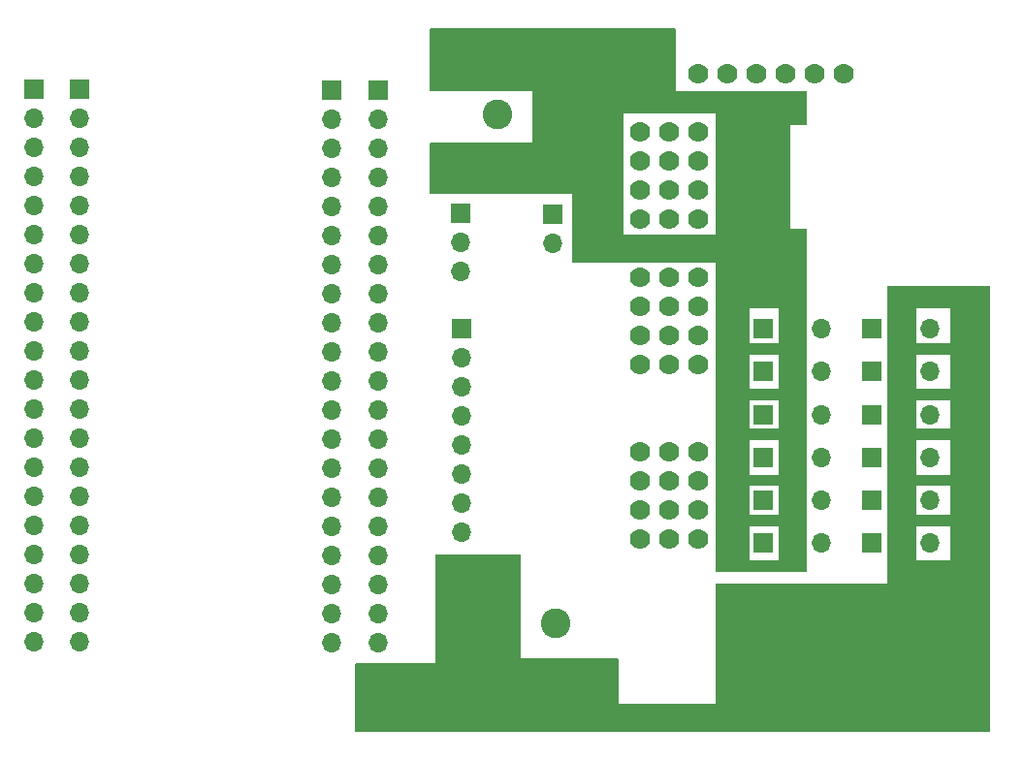
<source format=gbr>
%TF.GenerationSoftware,KiCad,Pcbnew,9.0.0*%
%TF.CreationDate,2025-03-26T16:29:39-04:00*%
%TF.ProjectId,spotmicro22mm,73706f74-6d69-4637-926f-32326d6d2e6b,rev?*%
%TF.SameCoordinates,Original*%
%TF.FileFunction,Copper,L3,Inr*%
%TF.FilePolarity,Positive*%
%FSLAX46Y46*%
G04 Gerber Fmt 4.6, Leading zero omitted, Abs format (unit mm)*
G04 Created by KiCad (PCBNEW 9.0.0) date 2025-03-26 16:29:39*
%MOMM*%
%LPD*%
G01*
G04 APERTURE LIST*
G04 Aperture macros list*
%AMRoundRect*
0 Rectangle with rounded corners*
0 $1 Rounding radius*
0 $2 $3 $4 $5 $6 $7 $8 $9 X,Y pos of 4 corners*
0 Add a 4 corners polygon primitive as box body*
4,1,4,$2,$3,$4,$5,$6,$7,$8,$9,$2,$3,0*
0 Add four circle primitives for the rounded corners*
1,1,$1+$1,$2,$3*
1,1,$1+$1,$4,$5*
1,1,$1+$1,$6,$7*
1,1,$1+$1,$8,$9*
0 Add four rect primitives between the rounded corners*
20,1,$1+$1,$2,$3,$4,$5,0*
20,1,$1+$1,$4,$5,$6,$7,0*
20,1,$1+$1,$6,$7,$8,$9,0*
20,1,$1+$1,$8,$9,$2,$3,0*%
G04 Aperture macros list end*
%TA.AperFunction,ComponentPad*%
%ADD10R,1.700000X1.700000*%
%TD*%
%TA.AperFunction,ComponentPad*%
%ADD11O,1.700000X1.700000*%
%TD*%
%TA.AperFunction,ComponentPad*%
%ADD12RoundRect,0.250000X1.050000X1.050000X-1.050000X1.050000X-1.050000X-1.050000X1.050000X-1.050000X0*%
%TD*%
%TA.AperFunction,ComponentPad*%
%ADD13C,2.600000*%
%TD*%
%TA.AperFunction,ComponentPad*%
%ADD14RoundRect,0.250000X-1.050000X-1.050000X1.050000X-1.050000X1.050000X1.050000X-1.050000X1.050000X0*%
%TD*%
%TA.AperFunction,ComponentPad*%
%ADD15C,1.778000*%
%TD*%
%TA.AperFunction,Conductor*%
%ADD16C,1.700000*%
%TD*%
G04 APERTURE END LIST*
D10*
%TO.N,/PWM-7*%
%TO.C,J9*%
X146170000Y-88000000D03*
D11*
%TO.N,/S2-PWR*%
X148710000Y-88000000D03*
%TO.N,/S2-GND*%
X151250000Y-88000000D03*
%TD*%
D10*
%TO.N,/ESP-32Pin*%
%TO.C,J14*%
X86500000Y-63360000D03*
D11*
X86500000Y-65900000D03*
X86500000Y-68440000D03*
X86500000Y-70980000D03*
X86500000Y-73520000D03*
X86500000Y-76060000D03*
X86500000Y-78600000D03*
X86500000Y-81140000D03*
X86500000Y-83680000D03*
X86500000Y-86220000D03*
X86500000Y-88760000D03*
X86500000Y-91300000D03*
X86500000Y-93840000D03*
X86500000Y-96380000D03*
X86500000Y-98920000D03*
X86500000Y-101460000D03*
X86500000Y-104000000D03*
X86500000Y-106540000D03*
X86500000Y-109080000D03*
X86500000Y-111620000D03*
%TD*%
D10*
%TO.N,/PWM-4*%
%TO.C,J6*%
X155670000Y-99250000D03*
D11*
%TO.N,/S1-PWR*%
X158210000Y-99250000D03*
%TO.N,/S1-GND*%
X160750000Y-99250000D03*
%TD*%
D10*
%TO.N,/Global SCL*%
%TO.C,J18*%
X127750000Y-74250000D03*
D11*
%TO.N,/Global SDA*%
X127750000Y-76790000D03*
%TD*%
D12*
%TO.N,/S2-PWR*%
%TO.C,J21*%
X127993453Y-65577500D03*
D13*
%TO.N,/S2-GND*%
X122993453Y-65577500D03*
%TD*%
D10*
%TO.N,/PWM-2*%
%TO.C,J4*%
X155670000Y-91750000D03*
D11*
%TO.N,/S1-PWR*%
X158210000Y-91750000D03*
%TO.N,/S1-GND*%
X160750000Y-91750000D03*
%TD*%
D10*
%TO.N,/ESP-32Pin*%
%TO.C,J17*%
X112500000Y-63400000D03*
D11*
X112500000Y-65940000D03*
X112500000Y-68480000D03*
X112500000Y-71020000D03*
X112500000Y-73560000D03*
X112500000Y-76100000D03*
X112500000Y-78640000D03*
X112500000Y-81180000D03*
X112500000Y-83720000D03*
X112500000Y-86260000D03*
X112500000Y-88800000D03*
X112500000Y-91340000D03*
X112500000Y-93880000D03*
X112500000Y-96420000D03*
X112500000Y-98960000D03*
X112500000Y-101500000D03*
X112500000Y-104040000D03*
X112500000Y-106580000D03*
X112500000Y-109120000D03*
X112500000Y-111660000D03*
%TD*%
D10*
%TO.N,/PWM-11*%
%TO.C,J13*%
X146170000Y-103000000D03*
D11*
%TO.N,/S2-PWR*%
X148710000Y-103000000D03*
%TO.N,/S2-GND*%
X151250000Y-103000000D03*
%TD*%
D10*
%TO.N,/PWM-1*%
%TO.C,J3*%
X155670000Y-88000000D03*
D11*
%TO.N,/S1-PWR*%
X158210000Y-88000000D03*
%TO.N,/S1-GND*%
X160750000Y-88000000D03*
%TD*%
D10*
%TO.N,/ESP-32Pin*%
%TO.C,J15*%
X108500000Y-63400000D03*
D11*
X108500000Y-65940000D03*
X108500000Y-68480000D03*
X108500000Y-71020000D03*
X108500000Y-73560000D03*
X108500000Y-76100000D03*
X108500000Y-78640000D03*
X108500000Y-81180000D03*
X108500000Y-83720000D03*
X108500000Y-86260000D03*
X108500000Y-88800000D03*
X108500000Y-91340000D03*
X108500000Y-93880000D03*
X108500000Y-96420000D03*
X108500000Y-98960000D03*
X108500000Y-101500000D03*
X108500000Y-104040000D03*
X108500000Y-106580000D03*
X108500000Y-109120000D03*
X108500000Y-111660000D03*
%TD*%
D10*
%TO.N,/PWM-9*%
%TO.C,J11*%
X146170000Y-95500000D03*
D11*
%TO.N,/S2-PWR*%
X148710000Y-95500000D03*
%TO.N,/S2-GND*%
X151250000Y-95500000D03*
%TD*%
D14*
%TO.N,/S1-PWR*%
%TO.C,J1*%
X123000000Y-110000000D03*
D13*
%TO.N,/S1-GND*%
X128000000Y-110000000D03*
%TD*%
D10*
%TO.N,/ESP-32Pin*%
%TO.C,J16*%
X82500000Y-63360000D03*
D11*
X82500000Y-65900000D03*
X82500000Y-68440000D03*
X82500000Y-70980000D03*
X82500000Y-73520000D03*
X82500000Y-76060000D03*
X82500000Y-78600000D03*
X82500000Y-81140000D03*
X82500000Y-83680000D03*
X82500000Y-86220000D03*
X82500000Y-88760000D03*
X82500000Y-91300000D03*
X82500000Y-93840000D03*
X82500000Y-96380000D03*
X82500000Y-98920000D03*
X82500000Y-101460000D03*
X82500000Y-104000000D03*
X82500000Y-106540000D03*
X82500000Y-109080000D03*
X82500000Y-111620000D03*
%TD*%
D10*
%TO.N,/PWM-6*%
%TO.C,J8*%
X146170000Y-84250000D03*
D11*
%TO.N,/S2-PWR*%
X148710000Y-84250000D03*
%TO.N,/S2-GND*%
X151250000Y-84250000D03*
%TD*%
D10*
%TO.N,/PWM-3*%
%TO.C,J5*%
X155670000Y-95500000D03*
D11*
%TO.N,/S1-PWR*%
X158210000Y-95500000D03*
%TO.N,/S1-GND*%
X160750000Y-95500000D03*
%TD*%
D10*
%TO.N,/PWM-8*%
%TO.C,J10*%
X146170000Y-91750000D03*
D11*
%TO.N,/S2-PWR*%
X148710000Y-91750000D03*
%TO.N,/S2-GND*%
X151250000Y-91750000D03*
%TD*%
D10*
%TO.N,/ESP32-3v3*%
%TO.C,J20*%
X119800000Y-84260000D03*
D11*
%TO.N,/ESP32-GND*%
X119800000Y-86800000D03*
%TO.N,/Global SCL*%
X119800000Y-89340000D03*
%TO.N,/Global SDA*%
X119800000Y-91880000D03*
%TO.N,unconnected-(J20-Pin_5-Pad5)*%
X119800000Y-94420000D03*
%TO.N,unconnected-(J20-Pin_6-Pad6)*%
X119800000Y-96960000D03*
%TO.N,unconnected-(J20-Pin_7-Pad7)*%
X119800000Y-99500000D03*
%TO.N,unconnected-(J20-Pin_8-Pad8)*%
X119800000Y-102040000D03*
%TD*%
D10*
%TO.N,/PWM-10*%
%TO.C,J12*%
X146170000Y-99250000D03*
D11*
%TO.N,/S2-PWR*%
X148710000Y-99250000D03*
%TO.N,/S2-GND*%
X151250000Y-99250000D03*
%TD*%
D10*
%TO.N,/ESP32-GND*%
%TO.C,J19*%
X119750000Y-74210000D03*
D11*
%TO.N,/ESP32-3v3*%
X119750000Y-76750000D03*
%TO.N,/ESP32-5v*%
X119750000Y-79290000D03*
%TD*%
D10*
%TO.N,/PWM-5*%
%TO.C,J7*%
X155670000Y-103000000D03*
D11*
%TO.N,/S1-PWR*%
X158210000Y-103000000D03*
%TO.N,/S1-GND*%
X160750000Y-103000000D03*
%TD*%
D15*
%TO.N,/PWM-0*%
%TO.C,U2*%
X140440000Y-67050000D03*
%TO.N,/PWM-1*%
X140440000Y-69590000D03*
%TO.N,/PWM-2*%
X140440000Y-72130000D03*
%TO.N,/PWM-3*%
X140440000Y-74670000D03*
%TO.N,/PWM-4*%
X140440000Y-79750000D03*
%TO.N,/PWM-5*%
X140440000Y-82290000D03*
%TO.N,/PWM-6*%
X140440000Y-84830000D03*
%TO.N,/PWM-7*%
X140440000Y-87370000D03*
%TO.N,/PWM-8*%
X140440000Y-94990000D03*
%TO.N,/PWM-9*%
X140440000Y-97530000D03*
%TO.N,/PWM-10*%
X140440000Y-100070000D03*
%TO.N,/PWM-11*%
X140440000Y-102610000D03*
%TO.N,/ESP32-GND*%
X153140000Y-61970000D03*
%TO.N,N/C*%
X135360000Y-67050000D03*
X135360000Y-69590000D03*
X135360000Y-72130000D03*
X135360000Y-74670000D03*
X135360000Y-79750000D03*
X135360000Y-82290000D03*
X135360000Y-84830000D03*
X135360000Y-87370000D03*
X135360000Y-94990000D03*
X135360000Y-97530000D03*
X135360000Y-100070000D03*
X135360000Y-102610000D03*
X150600000Y-61970000D03*
%TO.N,/Global SCL*%
X148060000Y-61970000D03*
%TO.N,/Global SDA*%
X145520000Y-61970000D03*
%TO.N,unconnected-(U2-V+-PadV+_1)*%
X140440000Y-61970000D03*
%TO.N,N/C*%
X137900000Y-67050000D03*
X137900000Y-69590000D03*
X137900000Y-72130000D03*
X137900000Y-74670000D03*
X137900000Y-79750000D03*
X137900000Y-82290000D03*
X137900000Y-84830000D03*
X137900000Y-87370000D03*
X137900000Y-94990000D03*
X137900000Y-97530000D03*
X137900000Y-100070000D03*
X137900000Y-102610000D03*
%TO.N,/ESP32-5v*%
X142980000Y-61970000D03*
%TD*%
D10*
%TO.N,/PWM-0*%
%TO.C,J2*%
X155670000Y-84250000D03*
D11*
%TO.N,/S1-PWR*%
X158210000Y-84250000D03*
%TO.N,/S1-GND*%
X160750000Y-84250000D03*
%TD*%
D16*
%TO.N,/S1-PWR*%
X153000000Y-118500000D02*
X158210000Y-113290000D01*
X158210000Y-103000000D02*
X158210000Y-99250000D01*
X158210000Y-99250000D02*
X158210000Y-95500000D01*
X125500000Y-118500000D02*
X153000000Y-118500000D01*
X123000000Y-116000000D02*
X125500000Y-118500000D01*
X158210000Y-91750000D02*
X158210000Y-95500000D01*
X123000000Y-110000000D02*
X123000000Y-116000000D01*
X158210000Y-113290000D02*
X158210000Y-103000000D01*
X158210000Y-88000000D02*
X158210000Y-91750000D01*
X158210000Y-84250000D02*
X158210000Y-88000000D01*
%TO.N,/S2-PWR*%
X148710000Y-84250000D02*
X148710000Y-79710000D01*
X148710000Y-99250000D02*
X148710000Y-95500000D01*
X148710000Y-103000000D02*
X148710000Y-99250000D01*
X148710000Y-88000000D02*
X148710000Y-91750000D01*
X144000000Y-64500000D02*
X129070953Y-64500000D01*
X146000000Y-77000000D02*
X146000000Y-66500000D01*
X146000000Y-66500000D02*
X144000000Y-64500000D01*
X148710000Y-91750000D02*
X148710000Y-95500000D01*
X148710000Y-84250000D02*
X148710000Y-88000000D01*
X129070953Y-64500000D02*
X127993453Y-65577500D01*
X148710000Y-79710000D02*
X146000000Y-77000000D01*
%TD*%
%TA.AperFunction,Conductor*%
%TO.N,/S2-PWR*%
G36*
X150000000Y-105376000D02*
G01*
X149980315Y-105443039D01*
X149927511Y-105488794D01*
X149876000Y-105500000D01*
X147500000Y-105500000D01*
X147500000Y-104500000D01*
X150000000Y-104500000D01*
X150000000Y-105376000D01*
G37*
%TD.AperFunction*%
%TD*%
%TA.AperFunction,Conductor*%
%TO.N,/S2-PWR*%
G36*
X134000000Y-76000000D02*
G01*
X142000000Y-76000000D01*
X142000000Y-78500000D01*
X129624000Y-78500000D01*
X129556961Y-78480315D01*
X129511206Y-78427511D01*
X129500000Y-78376000D01*
X129500000Y-72500000D01*
X134000000Y-72500000D01*
X134000000Y-76000000D01*
G37*
%TD.AperFunction*%
%TD*%
%TA.AperFunction,Conductor*%
%TO.N,/S1-PWR*%
G36*
X159500000Y-105000000D02*
G01*
X166000000Y-105000000D01*
X166000000Y-119376000D01*
X165980315Y-119443039D01*
X165927511Y-119488794D01*
X165876000Y-119500000D01*
X110624000Y-119500000D01*
X110556961Y-119480315D01*
X110511206Y-119427511D01*
X110500000Y-119376000D01*
X110500000Y-113624000D01*
X110519685Y-113556961D01*
X110572489Y-113511206D01*
X110624000Y-113500000D01*
X117500000Y-113500000D01*
X117500000Y-104124000D01*
X117519685Y-104056961D01*
X117572489Y-104011206D01*
X117624000Y-104000000D01*
X124876000Y-104000000D01*
X124943039Y-104019685D01*
X124988794Y-104072489D01*
X125000000Y-104124000D01*
X125000000Y-113000000D01*
X133376000Y-113000000D01*
X133443039Y-113019685D01*
X133488794Y-113072489D01*
X133500000Y-113124000D01*
X133500000Y-117000000D01*
X142000000Y-117000000D01*
X142000000Y-106624000D01*
X142019685Y-106556961D01*
X142072489Y-106511206D01*
X142124000Y-106500000D01*
X157000000Y-106500000D01*
X157000000Y-82500000D01*
X159500000Y-82500000D01*
X159500000Y-105000000D01*
G37*
%TD.AperFunction*%
%TD*%
%TA.AperFunction,Conductor*%
%TO.N,/S1-PWR*%
G36*
X165943039Y-80519685D02*
G01*
X165988794Y-80572489D01*
X166000000Y-80624000D01*
X166000000Y-105000000D01*
X159500000Y-105000000D01*
X159500000Y-104500000D01*
X162500000Y-104500000D01*
X162500000Y-101500000D01*
X159500000Y-101500000D01*
X159500000Y-100500000D01*
X162500000Y-100500000D01*
X162500000Y-98000000D01*
X159500000Y-98000000D01*
X159500000Y-97000000D01*
X162500000Y-97000000D01*
X162500000Y-94000000D01*
X159500000Y-94000000D01*
X159500000Y-93000000D01*
X162500000Y-93000000D01*
X162500000Y-90500000D01*
X159500000Y-90500000D01*
X159500000Y-89500000D01*
X162500000Y-89500000D01*
X162500000Y-86500000D01*
X159500000Y-86500000D01*
X159500000Y-85500000D01*
X162500000Y-85500000D01*
X162500000Y-82500000D01*
X159500000Y-82500000D01*
X157000000Y-82500000D01*
X157000000Y-80624000D01*
X157019685Y-80556961D01*
X157072489Y-80511206D01*
X157124000Y-80500000D01*
X165876000Y-80500000D01*
X165943039Y-80519685D01*
G37*
%TD.AperFunction*%
%TD*%
%TA.AperFunction,Conductor*%
%TO.N,/S2-PWR*%
G36*
X145000000Y-85500000D02*
G01*
X147500000Y-85500000D01*
X147500000Y-86500000D01*
X145000000Y-86500000D01*
X145000000Y-89500000D01*
X147500000Y-89500000D01*
X147500000Y-90500000D01*
X145000000Y-90500000D01*
X145000000Y-93000000D01*
X147500000Y-93000000D01*
X147500000Y-94000000D01*
X145000000Y-94000000D01*
X145000000Y-97000000D01*
X147500000Y-97000000D01*
X147500000Y-98000000D01*
X145000000Y-98000000D01*
X145000000Y-100500000D01*
X148000000Y-100500000D01*
X148000000Y-101500000D01*
X145000000Y-101500000D01*
X145000000Y-104500000D01*
X147500000Y-104500000D01*
X147500000Y-105500000D01*
X142124000Y-105500000D01*
X142056961Y-105480315D01*
X142011206Y-105427511D01*
X142000000Y-105376000D01*
X142000000Y-82500000D01*
X145000000Y-82500000D01*
X145000000Y-85500000D01*
G37*
%TD.AperFunction*%
%TD*%
%TA.AperFunction,Conductor*%
%TO.N,/S2-PWR*%
G36*
X138443039Y-58019685D02*
G01*
X138488794Y-58072489D01*
X138500000Y-58124000D01*
X138500000Y-63500000D01*
X149876000Y-63500000D01*
X149943039Y-63519685D01*
X149988794Y-63572489D01*
X150000000Y-63624000D01*
X150000000Y-66376000D01*
X149980315Y-66443039D01*
X149927511Y-66488794D01*
X149876000Y-66500000D01*
X148500000Y-66500000D01*
X148500000Y-75500000D01*
X149876000Y-75500000D01*
X149943039Y-75519685D01*
X149988794Y-75572489D01*
X150000000Y-75624000D01*
X150000000Y-104500000D01*
X147500000Y-104500000D01*
X147500000Y-101500000D01*
X148000000Y-101500000D01*
X148000000Y-100500000D01*
X147500000Y-100500000D01*
X147500000Y-82500000D01*
X145000000Y-82500000D01*
X142000000Y-82500000D01*
X142000000Y-65500000D01*
X134000000Y-65500000D01*
X134000000Y-72500000D01*
X117124000Y-72500000D01*
X117056961Y-72480315D01*
X117011206Y-72427511D01*
X117000000Y-72376000D01*
X117000000Y-68124000D01*
X117019685Y-68056961D01*
X117072489Y-68011206D01*
X117124000Y-68000000D01*
X126000000Y-68000000D01*
X126000000Y-63500000D01*
X117124000Y-63500000D01*
X117056961Y-63480315D01*
X117011206Y-63427511D01*
X117000000Y-63376000D01*
X117000000Y-58124000D01*
X117019685Y-58056961D01*
X117072489Y-58011206D01*
X117124000Y-58000000D01*
X138376000Y-58000000D01*
X138443039Y-58019685D01*
G37*
%TD.AperFunction*%
%TD*%
M02*

</source>
